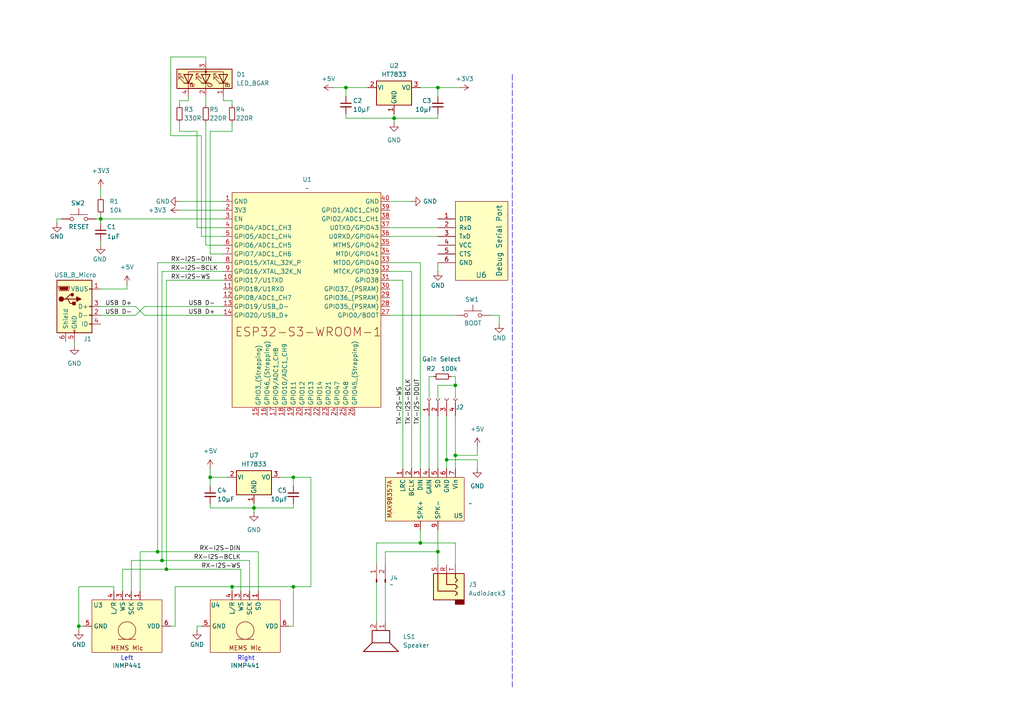
<source format=kicad_sch>
(kicad_sch (version 20231120) (generator "eeschema") (generator_version "8.0")
  (paper "A4")
  (title_block (title "MyVoiceBox") (comment 1 "$Id: MyVoiceBox.kicad_sch 1925 2025-11-15 17:07:59Z  $"))
  (lib_symbols
    (symbol "Connector:Conn_01x02_Pin" (pin_names (offset 1.016) hide)
      (property "Reference" "J" (at 0 2.54 0))
      (property "Value" "Conn_01x02_Pin" (at 0 -5.08 0))
      (symbol "Conn_01x02_Pin_1_1"
        (polyline (pts (xy 1.27 -2.54) (xy 0.8636 -2.54)) (stroke (width 0.1524)))
        (polyline (pts (xy 1.27 0) (xy 0.8636 0)) (stroke (width 0.1524)))
        (rectangle (start 0.8636 -2.413) (end 0 -2.667) (stroke (width 0.1524)) (fill (type outline)))
        (rectangle (start 0.8636 0.127) (end 0 -0.127) (stroke (width 0.1524)) (fill (type outline)))
        (pin passive line (at 5.08 0 180) (length 3.81) (name "Pin_1") (number "1"))
        (pin passive line (at 5.08 -2.54 180) (length 3.81) (name "Pin_2") (number "2"))
      )
    )
    (symbol "Connector:Conn_01x04_Socket" (pin_names (offset 1.016) hide)
      (property "Reference" "J" (at 0 5.08 0))
      (property "Value" "Conn_01x04_Socket" (at 0 -7.62 0))
      (symbol "Conn_01x04_Socket_1_1"
        (arc (start 0 -4.572) (mid -0.5058 -5.08) (end 0 -5.588) (stroke (width 0.1524)))
        (arc (start 0 -2.032) (mid -0.5058 -2.54) (end 0 -3.048) (stroke (width 0.1524)))
        (polyline (pts (xy -1.27 -5.08) (xy -0.508 -5.08)) (stroke (width 0.1524)))
        (polyline (pts (xy -1.27 -2.54) (xy -0.508 -2.54)) (stroke (width 0.1524)))
        (polyline (pts (xy -1.27 0) (xy -0.508 0)) (stroke (width 0.1524)))
        (polyline (pts (xy -1.27 2.54) (xy -0.508 2.54)) (stroke (width 0.1524)))
        (arc (start 0 0.508) (mid -0.5058 0) (end 0 -0.508) (stroke (width 0.1524)))
        (arc (start 0 3.048) (mid -0.5058 2.54) (end 0 2.032) (stroke (width 0.1524)))
        (pin passive line (at -5.08 2.54 0) (length 3.81) (name "Pin_1") (number "1"))
        (pin passive line (at -5.08 0 0) (length 3.81) (name "Pin_2") (number "2"))
        (pin passive line (at -5.08 -2.54 0) (length 3.81) (name "Pin_3") (number "3"))
        (pin passive line (at -5.08 -5.08 0) (length 3.81) (name "Pin_4") (number "4"))
      )
    )
    (symbol "Connector:USB_B_Micro" (pin_names (offset 1.016))
      (property "Reference" "J" (at -5.08 11.43 0))
      (property "Value" "USB_B_Micro" (at -5.08 8.89 0))
      (symbol "USB_B_Micro_0_1"
        (rectangle (start -5.08 -7.62) (end 5.08 7.62) (stroke (width 0.254)) (fill (type background)))
        (circle (center -3.81 2.159) (radius 0.635) (stroke (width 0.254)) (fill (type outline)))
        (circle (center -0.635 3.429) (radius 0.381) (stroke (width 0.254)) (fill (type outline)))
        (rectangle (start -0.127 -7.62) (end 0.127 -6.858))
        (polyline (pts (xy -1.905 2.159) (xy 0.635 2.159)) (stroke (width 0.254)))
        (polyline (pts (xy -3.175 2.159) (xy -2.54 2.159) (xy -1.27 3.429) (xy -0.635 3.429)) (stroke (width 0.254)))
        (polyline (pts (xy -2.54 2.159) (xy -1.905 2.159) (xy -1.27 0.889) (xy 0 0.889)) (stroke (width 0.254)))
        (polyline (pts (xy 0.635 2.794) (xy 0.635 1.524) (xy 1.905 2.159) (xy 0.635 2.794)) (stroke (width 0.254)) (fill (type outline)))
        (polyline (pts (xy -4.318 5.588) (xy -1.778 5.588) (xy -2.032 4.826) (xy -4.064 4.826) (xy -4.318 5.588)) (fill (type outline)))
        (polyline (pts (xy -4.699 5.842) (xy -4.699 5.588) (xy -4.445 4.826) (xy -4.445 4.572) (xy -1.651 4.572) (xy -1.651 4.826) (xy -1.397 5.588) (xy -1.397 5.842) (xy -4.699 5.842)))
        (rectangle (start 0.254 1.27) (end -0.508 0.508) (stroke (width 0.254)) (fill (type outline)))
        (rectangle (start 5.08 -5.207) (end 4.318 -4.953))
        (rectangle (start 5.08 -2.667) (end 4.318 -2.413))
        (rectangle (start 5.08 -0.127) (end 4.318 0.127))
        (rectangle (start 5.08 4.953) (end 4.318 5.207))
      )
      (symbol "USB_B_Micro_1_1"
        (pin power_out line (at 7.62 5.08 180) (length 2.54) (name "VBUS") (number "1"))
        (pin bidirectional line (at 7.62 -2.54 180) (length 2.54) (name "D-") (number "2"))
        (pin bidirectional line (at 7.62 0 180) (length 2.54) (name "D+") (number "3"))
        (pin passive line (at 7.62 -5.08 180) (length 2.54) (name "ID") (number "4"))
        (pin power_out line (at 0 -10.16 90) (length 2.54) (name "GND") (number "5"))
        (pin passive line (at -2.54 -10.16 90) (length 2.54) (name "Shield") (number "6"))
      )
    )
    (symbol "Connector_Audio:AudioJack3"
      (property "Reference" "J" (at 0 8.89 0))
      (property "Value" "AudioJack3" (at 0 6.35 0))
      (symbol "AudioJack3_0_1"
        (rectangle (start -5.08 -5.08) (end -6.35 -2.54) (stroke (width 0.254)) (fill (type outline)))
        (polyline (pts (xy 0 -2.54) (xy 0.635 -3.175) (xy 1.27 -2.54) (xy 2.54 -2.54)) (stroke (width 0.254)))
        (polyline (pts (xy -1.905 -2.54) (xy -1.27 -3.175) (xy -0.635 -2.54) (xy -0.635 0) (xy 2.54 0)) (stroke (width 0.254)))
        (polyline (pts (xy 2.54 2.54) (xy -2.54 2.54) (xy -2.54 -2.54) (xy -3.175 -3.175) (xy -3.81 -2.54)) (stroke (width 0.254)))
        (rectangle (start 2.54 3.81) (end -5.08 -5.08) (stroke (width 0.254)) (fill (type background)))
      )
      (symbol "AudioJack3_1_1"
        (pin passive line (at 5.08 0 180) (length 2.54) (name "~") (number "R"))
        (pin passive line (at 5.08 2.54 180) (length 2.54) (name "~") (number "S"))
        (pin passive line (at 5.08 -2.54 180) (length 2.54) (name "~") (number "T"))
      )
    )
    (symbol "Device:C_Small" (pin_numbers hide) (pin_names (offset 0.254) hide)
      (property "Reference" "C" (at 0.254 1.778 0))
      (property "Value" "C_Small" (at 0.254 -2.032 0))
      (symbol "C_Small_0_1"
        (polyline (pts (xy -1.524 -0.508) (xy 1.524 -0.508)) (stroke (width 0.3302)))
        (polyline (pts (xy -1.524 0.508) (xy 1.524 0.508)) (stroke (width 0.3048)))
      )
      (symbol "C_Small_1_1"
        (pin passive line (at 0 2.54 270) (length 2.032) (name "~") (number "1"))
        (pin passive line (at 0 -2.54 90) (length 2.032) (name "~") (number "2"))
      )
    )
    (symbol "Device:LED_BGAR" (pin_names (offset 0) hide)
      (property "Reference" "D" (at 0 9.398 0))
      (property "Value" "LED_BGAR" (at 0 -8.89 0))
      (symbol "LED_BGAR_0_0"
        (text "B" (at -1.905 -6.35 0) (effects (font (size 1.27 1.27))))
        (text "G" (at -1.905 -1.27 0) (effects (font (size 1.27 1.27))))
        (text "R" (at -1.905 3.81 0) (effects (font (size 1.27 1.27))))
      )
      (symbol "LED_BGAR_0_1"
        (polyline (pts (xy -1.27 -5.08) (xy -2.54 -5.08)))
        (polyline (pts (xy -1.27 -5.08) (xy 1.27 -5.08)))
        (polyline (pts (xy -1.27 -3.81) (xy -1.27 -6.35)) (stroke (width 0.254)))
        (polyline (pts (xy -1.27 0) (xy -2.54 0)))
        (polyline (pts (xy -1.27 1.27) (xy -1.27 -1.27)) (stroke (width 0.254)))
        (polyline (pts (xy -1.27 5.08) (xy -2.54 5.08)))
        (polyline (pts (xy -1.27 5.08) (xy 1.27 5.08)))
        (polyline (pts (xy -1.27 6.35) (xy -1.27 3.81)) (stroke (width 0.254)))
        (polyline (pts (xy 1.27 0) (xy -1.27 0)))
        (polyline (pts (xy 1.27 0) (xy 2.54 0)))
        (polyline (pts (xy -1.27 1.27) (xy -1.27 -1.27) (xy -1.27 -1.27)))
        (polyline (pts (xy -1.27 6.35) (xy -1.27 3.81) (xy -1.27 3.81)))
        (polyline (pts (xy 1.27 -5.08) (xy 2.032 -5.08) (xy 2.032 5.08) (xy 1.27 5.08)))
        (polyline (pts (xy 1.27 -3.81) (xy 1.27 -6.35) (xy -1.27 -5.08) (xy 1.27 -3.81)) (stroke (width 0.254)))
        (polyline (pts (xy 1.27 1.27) (xy 1.27 -1.27) (xy -1.27 0) (xy 1.27 1.27)) (stroke (width 0.254)))
        (polyline (pts (xy 1.27 6.35) (xy 1.27 3.81) (xy -1.27 5.08) (xy 1.27 6.35)) (stroke (width 0.254)))
        (polyline (pts (xy -1.016 -3.81) (xy 0.508 -2.286) (xy -0.254 -2.286) (xy 0.508 -2.286) (xy 0.508 -3.048)))
        (polyline (pts (xy -1.016 1.27) (xy 0.508 2.794) (xy -0.254 2.794) (xy 0.508 2.794) (xy 0.508 2.032)))
        (polyline (pts (xy -1.016 6.35) (xy 0.508 7.874) (xy -0.254 7.874) (xy 0.508 7.874) (xy 0.508 7.112)))
        (polyline (pts (xy 0 -3.81) (xy 1.524 -2.286) (xy 0.762 -2.286) (xy 1.524 -2.286) (xy 1.524 -3.048)))
        (polyline (pts (xy 0 1.27) (xy 1.524 2.794) (xy 0.762 2.794) (xy 1.524 2.794) (xy 1.524 2.032)))
        (polyline (pts (xy 0 6.35) (xy 1.524 7.874) (xy 0.762 7.874) (xy 1.524 7.874) (xy 1.524 7.112)))
        (rectangle (start 1.27 -1.27) (end 1.27 1.27))
        (rectangle (start 1.27 1.27) (end 1.27 1.27))
        (rectangle (start 1.27 3.81) (end 1.27 6.35))
        (rectangle (start 1.27 6.35) (end 1.27 6.35))
        (circle (center 2.032 0) (radius 0.254) (fill (type outline)))
        (rectangle (start 2.794 8.382) (end -2.794 -7.62) (stroke (width 0.254)) (fill (type background)))
      )
      (symbol "LED_BGAR_1_1"
        (pin passive line (at -5.08 -5.08 0) (length 2.54) (name "BK") (number "1"))
        (pin passive line (at -5.08 0 0) (length 2.54) (name "GK") (number "2"))
        (pin passive line (at 5.08 0 180) (length 2.54) (name "A") (number "3"))
        (pin passive line (at -5.08 5.08 0) (length 2.54) (name "RK") (number "4"))
      )
    )
    (symbol "Device:R_Small" (pin_numbers hide) (pin_names (offset 0.254) hide)
      (property "Reference" "R" (at 0.762 0.508 0))
      (property "Value" "R_Small" (at 0.762 -1.016 0))
      (symbol "R_Small_0_1"
        (rectangle (start -0.762 1.778) (end 0.762 -1.778) (stroke (width 0.2032)))
      )
      (symbol "R_Small_1_1"
        (pin passive line (at 0 2.54 270) (length 0.762) (name "~") (number "1"))
        (pin passive line (at 0 -2.54 90) (length 0.762) (name "~") (number "2"))
      )
    )
    (symbol "Device:Speaker" (pin_names (offset 0) hide)
      (property "Reference" "LS" (at 1.27 5.715 0))
      (property "Value" "Speaker" (at 1.27 3.81 0))
      (symbol "Speaker_0_0"
        (rectangle (start -2.54 1.27) (end 1.016 -3.81) (stroke (width 0.254)))
        (polyline (pts (xy 1.016 1.27) (xy 3.556 3.81) (xy 3.556 -6.35) (xy 1.016 -3.81)) (stroke (width 0.254)))
      )
      (symbol "Speaker_1_1"
        (pin input line (at -5.08 0 0) (length 2.54) (name "1") (number "1"))
        (pin input line (at -5.08 -2.54 0) (length 2.54) (name "2") (number "2"))
      )
    )
    (symbol "Regulator_Linear:MCP1700x-500xxTO" (pin_names (offset 0.254))
      (property "Reference" "U" (at -3.81 -3.175 0))
      (property "Value" "MCP1700x-500xxTO" (at 0 -3.175 0))
      (symbol "MCP1700x-500xxTO_0_1"
        (rectangle (start -5.08 5.08) (end 5.08 -1.905) (stroke (width 0.254)) (fill (type background)))
      )
      (symbol "MCP1700x-500xxTO_1_1"
        (pin power_in line (at 0 7.62 270) (length 2.54) (name "GND") (number "1"))
        (pin power_in line (at -7.62 0 0) (length 2.54) (name "VI") (number "2"))
        (pin power_out line (at 7.62 0 180) (length 2.54) (name "VO") (number "3"))
      )
    )
    (symbol "Switch:SW_Push" (pin_numbers hide) (pin_names (offset 1.016) hide)
      (property "Reference" "SW" (at 1.27 2.54 0))
      (property "Value" "SW_Push" (at 0 -1.524 0))
      (symbol "SW_Push_0_1"
        (circle (center -2.032 0) (radius 0.508))
        (polyline (pts (xy 0 1.27) (xy 0 3.048)))
        (polyline (pts (xy 2.54 1.27) (xy -2.54 1.27)))
        (circle (center 2.032 0) (radius 0.508))
        (pin passive line (at -5.08 0 0) (length 2.54) (name "1") (number "1"))
        (pin passive line (at 5.08 0 180) (length 2.54) (name "2") (number "2"))
      )
    )
    (symbol "eBay:ESP32-S3-Module"
      (property "Reference" "U" (at 0 0 0))
      (symbol "ESP32-S3-Module_0_0"
        (pin power_in line (at -24.13 35.56 0) (length 2.54) (name "GND") (number "1"))
        (pin power_in line (at -24.13 33.02 0) (length 2.54) (name "3V3") (number "2"))
        (pin bidirectional line (at 6.35 -26.67 90) (length 2.54) (name "GPIO21") (number "23"))
        (pin bidirectional line (at 24.13 2.54 180) (length 2.54) (name "GPIO0/BOOT") (number "27"))
        (pin input line (at -24.13 30.48 0) (length 2.54) (name "EN") (number "3"))
        (pin bidirectional line (at 24.13 22.86 180) (length 2.54) (name "MTMS/GPIO42") (number "35"))
      )
      (symbol "ESP32-S3-Module_0_1"
        (rectangle (start -21.59 38.1) (end 21.59 -24.13) (fill (type background)))
      )
      (symbol "ESP32-S3-Module_1_0"
        (text "ESP32-S3-WROOM-1" (at 0.508 -2.286 0) (effects (font (size 2.54 2.54))))
        (pin bidirectional line (at -24.13 12.7 0) (length 2.54) (name "GPIO17/U1TXD") (number "10"))
        (pin bidirectional line (at -24.13 10.16 0) (length 2.54) (name "GPIO18/U1RXD") (number "11"))
        (pin bidirectional line (at -24.13 7.62 0) (length 2.54) (name "GPIO8/ADC1_CH7") (number "12"))
        (pin bidirectional line (at -24.13 5.08 0) (length 2.54) (name "GPIO19/USB_D-") (number "13"))
        (pin bidirectional line (at -24.13 2.54 0) (length 2.54) (name "GPIO20/USB_D+") (number "14"))
        (pin bidirectional line (at -13.97 -26.67 90) (length 2.54) (name "GPIO3_(Strapping)") (number "15"))
        (pin bidirectional line (at -11.43 -26.67 90) (length 2.54) (name "GPIO46_(Strapping)") (number "16"))
        (pin bidirectional line (at -8.89 -26.67 90) (length 2.54) (name "GPIO9/ADC1_CH8") (number "17"))
        (pin bidirectional line (at -6.35 -26.67 90) (length 2.54) (name "GPIO10/ADC1_CH9") (number "18"))
        (pin bidirectional line (at -3.81 -26.67 90) (length 2.54) (name "GPIO11") (number "19"))
        (pin bidirectional line (at -1.27 -26.67 90) (length 2.54) (name "GPIO12") (number "20"))
        (pin bidirectional line (at 1.27 -26.67 90) (length 2.54) (name "GPIO13") (number "21"))
        (pin bidirectional line (at 3.81 -26.67 90) (length 2.54) (name "GPIO14") (number "22"))
        (pin bidirectional line (at 8.89 -26.67 90) (length 2.54) (name "GPIO47") (number "24"))
        (pin bidirectional line (at 11.43 -26.67 90) (length 2.54) (name "GPIO48") (number "25"))
        (pin bidirectional line (at 13.97 -26.67 90) (length 2.54) (name "GPIO45_(Strapping)") (number "26"))
        (pin bidirectional line (at 24.13 5.08 180) (length 2.54) (name "GPIO35_(PSRAM)") (number "28"))
        (pin bidirectional line (at 24.13 7.62 180) (length 2.54) (name "GPIO36_(PSRAM)") (number "29"))
        (pin bidirectional line (at 24.13 10.16 180) (length 2.54) (name "GPIO37_(PSRAM)") (number "30"))
        (pin bidirectional line (at 24.13 12.7 180) (length 2.54) (name "GPIO38") (number "31"))
        (pin bidirectional line (at 24.13 15.24 180) (length 2.54) (name "MTCK/GPIO39") (number "32"))
        (pin bidirectional line (at 24.13 17.78 180) (length 2.54) (name "MTDO/GPIO40") (number "33"))
        (pin bidirectional line (at 24.13 20.32 180) (length 2.54) (name "MTDI/GPIO41") (number "34"))
        (pin bidirectional line (at 24.13 25.4 180) (length 2.54) (name "U0RXD/GPIO44") (number "36"))
        (pin bidirectional line (at 24.13 27.94 180) (length 2.54) (name "U0TXD/GPIO43") (number "37"))
        (pin bidirectional line (at 24.13 30.48 180) (length 2.54) (name "GPIO2/ADC1_CH1") (number "38"))
        (pin bidirectional line (at 24.13 33.02 180) (length 2.54) (name "GPIO1/ADC1_CH0") (number "39"))
        (pin bidirectional line (at -24.13 27.94 0) (length 2.54) (name "GPIO4/ADC1_CH3") (number "4"))
        (pin power_in line (at 24.13 35.56 180) (length 2.54) (name "GND") (number "40"))
        (pin bidirectional line (at -24.13 25.4 0) (length 2.54) (name "GPIO5/ADC1_CH4") (number "5"))
        (pin bidirectional line (at -24.13 22.86 0) (length 2.54) (name "GPIO6/ADC1_CH5") (number "6"))
        (pin bidirectional line (at -24.13 20.32 0) (length 2.54) (name "GPIO7/ADC1_CH6") (number "7"))
        (pin bidirectional line (at -24.13 17.78 0) (length 2.54) (name "GPIO15/XTAL_32K_P") (number "8"))
        (pin bidirectional line (at -24.13 15.24 0) (length 2.54) (name "GPIO16/XTAL_32K_N") (number "9"))
      )
    )
    (symbol "eBay:FTDI-Module" (pin_names (offset 1.016))
      (property "Reference" "U" (at -6.35 -12.7 0))
      (property "Value" "FTDI-Module" (at 0 12.7 0))
      (symbol "FTDI-Module_0_1"
        (rectangle (start 7.62 -11.43) (end -7.62 11.43) (fill (type background)))
      )
      (symbol "FTDI-Module_1_1"
        (pin output line (at -12.7 6.35 0) (length 5.08) (name "DTR") (number "1"))
        (pin input line (at -12.7 3.81 0) (length 5.08) (name "RxD") (number "2"))
        (pin output line (at -12.7 1.27 0) (length 5.08) (name "TxD") (number "3"))
        (pin power_out line (at -12.7 -1.27 0) (length 5.08) (name "VCC") (number "4"))
        (pin input line (at -12.7 -3.81 0) (length 5.08) (name "CTS") (number "5"))
        (pin passive line (at -12.7 -6.35 0) (length 5.08) (name "GND") (number "6"))
      )
    )
    (symbol "eBay:INMP441_module"
      (property "Reference" "U" (at 5.08 12.7 0))
      (symbol "INMP441_module_1_1"
        (rectangle (start -7.62 11.43) (end 7.62 -8.89) (fill (type background)))
        (polyline (pts (xy 3.81 3.81) (xy 3.81 -1.27)))
        (circle (center 1.27 1.27) (radius 2.54))
        (text "MEMS Mic" (at 6.35 1.27 900) (effects (font (size 1.27 1.27))))
        (pin input line (at -10.16 5.08 0) (length 2.54) (name "SD") (number "1"))
        (pin input line (at -10.16 2.54 0) (length 2.54) (name "SCK") (number "2"))
        (pin input line (at -10.16 0 0) (length 2.54) (name "WS") (number "3"))
        (pin input line (at -10.16 -2.54 0) (length 2.54) (name "L/R") (number "4"))
        (pin power_in line (at 0 -11.43 90) (length 2.54) (name "GND") (number "5"))
        (pin power_in line (at 0 13.97 270) (length 2.54) (name "VDD") (number "6"))
      )
    )
    (symbol "eBay:MAX98357A-Module"
      (property "Reference" "U" (at 0 0 0))
      (symbol "MAX98357A-Module_0_1"
        (rectangle (start -3.81 10.16) (end -3.81 10.16))
      )
      (symbol "MAX98357A-Module_1_1"
        (rectangle (start -6.35 12.7) (end 6.35 -10.16) (fill (type background)))
        (text "MAX98357A" (at 0 11.43 0) (effects (font (size 1.27 1.27))))
        (pin input line (at 8.89 7.62 180) (length 2.54) (name "LRC") (number "1"))
        (pin input line (at 8.89 5.08 180) (length 2.54) (name "BCLK") (number "2"))
        (pin input line (at 8.89 2.54 180) (length 2.54) (name "DIN") (number "3"))
        (pin input line (at 8.89 0 180) (length 2.54) (name "GAIN") (number "4"))
        (pin input line (at 8.89 -2.54 180) (length 2.54) (name "SD") (number "5"))
        (pin power_in line (at 8.89 -5.08 180) (length 2.54) (name "GND") (number "6"))
        (pin power_in line (at 8.89 -7.62 180) (length 2.54) (name "Vin") (number "7"))
        (pin output line (at -8.89 2.54 0) (length 2.54) (name "SPK+") (number "8"))
        (pin output line (at -8.89 -2.54 0) (length 2.54) (name "SPK-") (number "9"))
      )
    )
    (symbol "power:+3V3" (power) (pin_numbers hide) (pin_names (offset 0) hide)
      (property "Value" "+3V3" (at 0 3.556 0))
      (symbol "+3V3_0_1"
        (polyline (pts (xy -0.762 1.27) (xy 0 2.54)))
        (polyline (pts (xy 0 0) (xy 0 2.54)))
        (polyline (pts (xy 0 2.54) (xy 0.762 1.27)))
      )
      (symbol "+3V3_1_1"
        (pin power_in line (at 0 0 90) (length 0) (name "~") (number "1"))
      )
    )
    (symbol "power:+5V" (power) (pin_numbers hide) (pin_names (offset 0) hide)
      (property "Value" "+5V" (at 0 3.556 0))
      (symbol "+5V_0_1"
        (polyline (pts (xy -0.762 1.27) (xy 0 2.54)))
        (polyline (pts (xy 0 0) (xy 0 2.54)))
        (polyline (pts (xy 0 2.54) (xy 0.762 1.27)))
      )
      (symbol "+5V_1_1"
        (pin power_in line (at 0 0 90) (length 0) (name "~") (number "1"))
      )
    )
    (symbol "power:GND" (power) (pin_numbers hide) (pin_names (offset 0) hide)
      (property "Value" "GND" (at 0 -3.81 0))
      (symbol "GND_0_1"
        (polyline (pts (xy 0 0) (xy 0 -1.27) (xy 1.27 -1.27) (xy 0 -2.54) (xy -1.27 -1.27) (xy 0 -1.27)))
      )
      (symbol "GND_1_1"
        (pin power_in line (at 0 0 270) (length 0) (name "~") (number "1"))
      )
    )
  )
  (junction (at 85.09 170.18))
  (junction (at 127 160.02))
  (junction (at 46.99 162.56))
  (junction (at 127 25.4))
  (junction (at 22.86 181.61))
  (junction (at 132.08 111.76))
  (junction (at 29.21 63.5))
  (junction (at 67.31 170.18))
  (junction (at 129.54 133.35))
  (junction (at 114.3 34.29))
  (junction (at 45.72 160.02))
  (junction (at 121.92 157.48))
  (junction (at 48.26 165.1))
  (junction (at 85.09 138.43))
  (junction (at 60.96 138.43))
  (junction (at 100.33 25.4))
  (junction (at 73.66 147.32))
  (junction (at 132.08 132.08))
  (wire (pts (xy 46.99 162.56) (xy 38.1 162.56)))
  (wire (pts (xy 132.08 132.08) (xy 138.43 132.08)))
  (wire (pts (xy 73.66 147.32) (xy 85.09 147.32)))
  (wire (pts (xy 36.83 83.82) (xy 36.83 82.55)))
  (wire (pts (xy 67.31 38.1) (xy 60.96 38.1)))
  (wire (pts (xy 16.51 63.5) (xy 17.78 63.5)))
  (wire (pts (xy 60.96 73.66) (xy 64.77 73.66)))
  (wire (pts (xy 132.08 115.57) (xy 132.08 111.76)))
  (wire (pts (xy 127 78.74) (xy 127 76.2)))
  (wire (pts (xy 129.54 133.35) (xy 138.43 133.35)))
  (wire (pts (xy 127 120.65) (xy 127 135.89)))
  (wire (pts (xy 74.93 160.02) (xy 74.93 171.45)))
  (wire (pts (xy 121.92 76.2) (xy 113.03 76.2)))
  (wire (pts (xy 85.09 138.43) (xy 85.09 140.97)))
  (wire (pts (xy 40.64 160.02) (xy 40.64 171.45)))
  (wire (pts (xy 39.37 88.9) (xy 41.91 91.44)))
  (wire (pts (xy 52.07 29.21) (xy 52.07 30.48)))
  (wire (pts (xy 85.09 170.18) (xy 85.09 181.61)))
  (wire (pts (xy 64.77 76.2) (xy 45.72 76.2)))
  (wire (pts (xy 45.72 76.2) (xy 45.72 160.02)))
  (wire (pts (xy 41.91 91.44) (xy 64.77 91.44)))
  (wire (pts (xy 121.92 76.2) (xy 121.92 135.89)))
  (wire (pts (xy 29.21 63.5) (xy 64.77 63.5)))
  (wire (pts (xy 22.86 181.61) (xy 22.86 182.88)))
  (wire (pts (xy 114.3 33.02) (xy 114.3 34.29)))
  (wire (pts (xy 29.21 62.23) (xy 29.21 63.5)))
  (wire (pts (xy 29.21 88.9) (xy 39.37 88.9)))
  (wire (pts (xy 83.82 181.61) (xy 85.09 181.61)))
  (wire (pts (xy 45.72 160.02) (xy 40.64 160.02)))
  (wire (pts (xy 85.09 147.32) (xy 85.09 146.05)))
  (wire (pts (xy 58.42 68.58) (xy 64.77 68.58)))
  (wire (pts (xy 113.03 58.42) (xy 119.38 58.42)))
  (wire (pts (xy 67.31 170.18) (xy 85.09 170.18)))
  (wire (pts (xy 114.3 34.29) (xy 127 34.29)))
  (wire (pts (xy 39.37 91.44) (xy 41.91 88.9)))
  (wire (pts (xy 57.15 181.61) (xy 57.15 182.88)))
  (wire (pts (xy 132.08 135.89) (xy 132.08 132.08)))
  (wire (pts (xy 52.07 60.96) (xy 64.77 60.96)))
  (wire (pts (xy 132.08 111.76) (xy 132.08 109.22)))
  (wire (pts (xy 29.21 91.44) (xy 39.37 91.44)))
  (wire (pts (xy 132.08 109.22) (xy 130.81 109.22)))
  (wire (pts (xy 57.15 66.04) (xy 64.77 66.04)))
  (wire (pts (xy 48.26 165.1) (xy 69.85 165.1)))
  (wire (pts (xy 100.33 25.4) (xy 100.33 27.94)))
  (wire (pts (xy 111.76 163.83) (xy 111.76 160.02)))
  (wire (pts (xy 96.52 25.4) (xy 100.33 25.4)))
  (wire (pts (xy 127 34.29) (xy 127 33.02)))
  (wire (pts (xy 124.46 109.22) (xy 125.73 109.22)))
  (wire (pts (xy 46.99 78.74) (xy 46.99 162.56)))
  (wire (pts (xy 59.69 27.94) (xy 59.69 30.48)))
  (wire (pts (xy 60.96 147.32) (xy 73.66 147.32)))
  (wire (pts (xy 27.94 63.5) (xy 29.21 63.5)))
  (wire (pts (xy 132.08 120.65) (xy 132.08 132.08)))
  (wire (pts (xy 72.39 162.56) (xy 72.39 171.45)))
  (wire (pts (xy 127 160.02) (xy 127 153.67)))
  (wire (pts (xy 132.08 157.48) (xy 132.08 163.83)))
  (wire (pts (xy 33.02 170.18) (xy 22.86 170.18)))
  (wire (pts (xy 100.33 34.29) (xy 114.3 34.29)))
  (wire (pts (xy 109.22 163.83) (xy 109.22 157.48)))
  (wire (pts (xy 67.31 29.21) (xy 67.31 30.48)))
  (wire (pts (xy 127 25.4) (xy 127 27.94)))
  (wire (pts (xy 50.8 170.18) (xy 67.31 170.18)))
  (wire (pts (xy 116.84 81.28) (xy 116.84 135.89)))
  (wire (pts (xy 57.15 38.1) (xy 57.15 66.04)))
  (wire (pts (xy 73.66 146.05) (xy 73.66 147.32)))
  (wire (pts (xy 142.24 91.44) (xy 144.78 91.44)))
  (wire (pts (xy 119.38 78.74) (xy 119.38 135.89)))
  (wire (pts (xy 49.53 181.61) (xy 50.8 181.61)))
  (wire (pts (xy 109.22 157.48) (xy 121.92 157.48)))
  (wire (pts (xy 129.54 135.89) (xy 129.54 133.35)))
  (wire (pts (xy 81.28 138.43) (xy 85.09 138.43)))
  (wire (pts (xy 90.17 170.18) (xy 85.09 170.18)))
  (wire (pts (xy 46.99 162.56) (xy 72.39 162.56)))
  (wire (pts (xy 127 115.57) (xy 127 111.76)))
  (wire (pts (xy 59.69 71.12) (xy 64.77 71.12)))
  (wire (pts (xy 100.33 25.4) (xy 106.68 25.4)))
  (wire (pts (xy 121.92 157.48) (xy 121.92 153.67)))
  (wire (pts (xy 22.86 170.18) (xy 22.86 181.61)))
  (wire (pts (xy 59.69 16.51) (xy 49.53 16.51)))
  (wire (pts (xy 60.96 138.43) (xy 60.96 140.97)))
  (wire (pts (xy 29.21 83.82) (xy 36.83 83.82)))
  (wire (pts (xy 113.03 68.58) (xy 127 68.58)))
  (wire (pts (xy 127 160.02) (xy 127 163.83)))
  (wire (pts (xy 69.85 165.1) (xy 69.85 171.45)))
  (wire (pts (xy 29.21 54.61) (xy 29.21 57.15)))
  (wire (pts (xy 59.69 35.56) (xy 59.69 71.12)))
  (wire (pts (xy 119.38 78.74) (xy 113.03 78.74)))
  (wire (pts (xy 64.77 81.28) (xy 48.26 81.28)))
  (wire (pts (xy 60.96 135.89) (xy 60.96 138.43)))
  (wire (pts (xy 64.77 29.21) (xy 67.31 29.21)))
  (wire (pts (xy 49.53 39.37) (xy 58.42 39.37)))
  (wire (pts (xy 109.22 168.91) (xy 109.22 180.34)))
  (wire (pts (xy 116.84 81.28) (xy 113.03 81.28)))
  (wire (pts (xy 21.59 99.06) (xy 21.59 100.33)))
  (wire (pts (xy 29.21 69.85) (xy 29.21 71.12)))
  (wire (pts (xy 124.46 120.65) (xy 124.46 135.89)))
  (wire (pts (xy 90.17 138.43) (xy 90.17 170.18)))
  (wire (pts (xy 127 25.4) (xy 133.35 25.4)))
  (wire (pts (xy 54.61 29.21) (xy 52.07 29.21)))
  (wire (pts (xy 52.07 58.42) (xy 64.77 58.42)))
  (wire (pts (xy 52.07 35.56) (xy 52.07 38.1)))
  (wire (pts (xy 124.46 115.57) (xy 124.46 109.22)))
  (wire (pts (xy 113.03 91.44) (xy 132.08 91.44)))
  (wire (pts (xy 111.76 160.02) (xy 127 160.02)))
  (wire (pts (xy 59.69 17.78) (xy 59.69 16.51)))
  (wire (pts (xy 38.1 162.56) (xy 38.1 171.45)))
  (wire (pts (xy 33.02 171.45) (xy 33.02 170.18)))
  (wire (pts (xy 48.26 81.28) (xy 48.26 165.1)))
  (wire (pts (xy 60.96 146.05) (xy 60.96 147.32)))
  (wire (pts (xy 52.07 38.1) (xy 57.15 38.1)))
  (wire (pts (xy 121.92 157.48) (xy 132.08 157.48)))
  (wire (pts (xy 49.53 16.51) (xy 49.53 39.37)))
  (wire (pts (xy 54.61 27.94) (xy 54.61 29.21)))
  (wire (pts (xy 16.51 64.77) (xy 16.51 63.5)))
  (wire (pts (xy 29.21 64.77) (xy 29.21 63.5)))
  (wire (pts (xy 121.92 25.4) (xy 127 25.4)))
  (wire (pts (xy 113.03 66.04) (xy 127 66.04)))
  (polyline (pts (xy 148.59 21.59) (xy 148.59 199.39)) (stroke (width 0) (type dash)))
  (wire (pts (xy 100.33 33.02) (xy 100.33 34.29)))
  (wire (pts (xy 138.43 133.35) (xy 138.43 135.89)))
  (wire (pts (xy 35.56 171.45) (xy 35.56 165.1)))
  (wire (pts (xy 60.96 38.1) (xy 60.96 73.66)))
  (wire (pts (xy 67.31 171.45) (xy 67.31 170.18)))
  (wire (pts (xy 24.13 181.61) (xy 22.86 181.61)))
  (wire (pts (xy 85.09 138.43) (xy 90.17 138.43)))
  (wire (pts (xy 111.76 180.34) (xy 111.76 168.91)))
  (wire (pts (xy 58.42 181.61) (xy 57.15 181.61)))
  (wire (pts (xy 73.66 147.32) (xy 73.66 148.59)))
  (wire (pts (xy 60.96 138.43) (xy 66.04 138.43)))
  (wire (pts (xy 127 111.76) (xy 132.08 111.76)))
  (wire (pts (xy 45.72 160.02) (xy 74.93 160.02)))
  (wire (pts (xy 50.8 170.18) (xy 50.8 181.61)))
  (wire (pts (xy 41.91 88.9) (xy 64.77 88.9)))
  (wire (pts (xy 64.77 78.74) (xy 46.99 78.74)))
  (wire (pts (xy 114.3 34.29) (xy 114.3 35.56)))
  (wire (pts (xy 138.43 132.08) (xy 138.43 129.54)))
  (wire (pts (xy 64.77 27.94) (xy 64.77 29.21)))
  (wire (pts (xy 58.42 39.37) (xy 58.42 68.58)))
  (wire (pts (xy 48.26 165.1) (xy 35.56 165.1)))
  (wire (pts (xy 67.31 35.56) (xy 67.31 38.1)))
  (wire (pts (xy 144.78 91.44) (xy 144.78 93.98)))
  (wire (pts (xy 129.54 120.65) (xy 129.54 133.35)))
  (text "Right" (at 71.374 191.008 0) (effects (font (size 1.27 1.27))))
  (text "Left" (at 36.83 191.008 0) (effects (font (size 1.27 1.27))))
  (label "TX-I2S-BCLK" (at 119.38 123.19 90))
  (label "USB D-" (at 54.61 88.9 0))
  (label "USB D+" (at 54.61 91.44 0))
  (label "RX-I2S-BCLK" (at 69.85 162.56 180))
  (label "RX-I2S-BCLK" (at 49.53 78.74 0))
  (label "TX-I2S-WS" (at 116.84 123.19 90))
  (label "RX-I2S-DIN" (at 69.85 160.02 180))
  (label "TX-I2S-DOUT" (at 121.92 123.19 90))
  (label "RX-I2S-DIN" (at 49.53 76.2 0))
  (label "RX-I2S-WS" (at 69.85 165.1 180))
  (label "USB D+" (at 30.48 88.9 0))
  (label "RX-I2S-WS" (at 49.53 81.28 0))
  (label "USB D-" (at 30.48 91.44 0))
  (symbol (lib_id "Connector:USB_B_Micro") (at 21.59 88.9 0) (unit 1)
    (property "Reference" "J1" (at 25.4 98.298 0))
    (property "Value" "USB_B_Micro" (at 21.844 79.756 0))
    (property "Description" "USB Micro Type B connector" (effects (hide yes)))
  )
  (symbol (lib_id "Connector_Audio:AudioJack3") (at 129.54 168.91 90) (unit 1)
    (property "Reference" "J3" (at 135.89 169.5449 90) (effects (justify right)))
    (property "Value" "AudioJack3" (at 135.89 172.0849 90) (effects (justify right)))
    (property "Description" "Audio Jack, 3 Poles (Stereo / TRS)" (effects (hide yes)))
  )
  (symbol (lib_id "power:GND") (at 127 78.74 0) (unit 1)
    (property "Reference" "#PWR16" (effects (hide yes)))
    (property "Value" "GND" (at 127 82.804 0))
    (property "Description" "Power symbol creates a global label with name \"GND\" , ground" (effects (hide yes)))
  )
  (symbol (lib_id "power:GND") (at 52.07 58.42 270) (unit 1)
    (property "Reference" "#PWR2" (effects (hide yes)))
    (property "Value" "GND" (at 49.276 58.42 90) (effects (justify right)))
    (property "Description" "Power symbol creates a global label with name \"GND\" , ground" (effects (hide yes)))
  )
  (symbol (lib_id "eBay:INMP441_module") (at 69.85 181.61 270) (unit 1)
    (property "Reference" "U4" (at 62.484 175.514 90))
    (property "Value" "INMP441" (at 71.12 193.04 90))
  )
  (symbol (lib_id "Device:C_Small") (at 85.09 143.51 180) (unit 1)
    (property "Reference" "C5" (at 80.518 142.24 0) (effects (justify right)))
    (property "Value" "10µF" (at 78.486 144.78 0) (effects (justify right)))
    (property "Description" "Unpolarized capacitor, small symbol" (effects (hide yes)))
  )
  (symbol (lib_id "Device:R_Small") (at 128.27 109.22 90) (unit 1)
    (property "Reference" "R2" (at 124.968 106.934 90))
    (property "Value" "100k" (at 130.302 106.934 90))
    (property "Description" "Resistor, small symbol" (effects (hide yes)))
  )
  (symbol (lib_id "power:+3V3") (at 52.07 60.96 90) (unit 1)
    (property "Reference" "#PWR8" (effects (hide yes)))
    (property "Value" "+3V3" (at 48.26 60.9599 90) (effects (justify left)))
    (property "Description" "Power symbol creates a global label with name \"+3V3\"" (effects (hide yes)))
  )
  (symbol (lib_id "power:GND") (at 16.51 64.77 0) (unit 1)
    (property "Reference" "#PWR18" (effects (hide yes)))
    (property "Value" "GND" (at 18.542 68.58 0) (effects (justify right)))
    (property "Description" "Power symbol creates a global label with name \"GND\" , ground" (effects (hide yes)))
  )
  (symbol (lib_id "Device:R_Small") (at 52.07 33.02 0) (unit 1)
    (property "Reference" "R3" (at 53.34 31.75 0) (effects (justify left)))
    (property "Value" "330R" (at 53.34 34.29 0) (effects (justify left)))
    (property "Description" "Resistor, small symbol" (effects (hide yes)))
  )
  (symbol (lib_id "power:GND") (at 22.86 182.88 0) (unit 1)
    (property "Reference" "#PWR12" (effects (hide yes)))
    (property "Value" "GND" (at 22.86 186.944 0))
    (property "Description" "Power symbol creates a global label with name \"GND\" , ground" (effects (hide yes)))
  )
  (symbol (lib_id "Switch:SW_Push") (at 22.86 63.5 0) (unit 1)
    (property "Reference" "SW2" (at 22.606 58.928 0))
    (property "Value" "RESET" (at 22.86 65.786 0))
    (property "Description" "Push button switch, generic, two pins" (effects (hide yes)))
  )
  (symbol (lib_id "power:+5V") (at 60.96 135.89 0) (unit 1)
    (property "Reference" "#PWR6" (effects (hide yes)))
    (property "Value" "+5V" (at 60.96 130.81 0))
    (property "Description" "Power symbol creates a global label with name \"+5V\"" (effects (hide yes)))
  )
  (symbol (lib_id "Device:Speaker") (at 111.76 185.42 270) (unit 1)
    (property "Reference" "LS1" (at 116.84 184.6579 90) (effects (justify left)))
    (property "Value" "Speaker" (at 116.84 187.1979 90) (effects (justify left)))
    (property "Description" "Speaker" (effects (hide yes)))
  )
  (symbol (lib_id "power:+3V3") (at 133.35 25.4 270) (unit 1)
    (property "Reference" "#PWR7" (effects (hide yes)))
    (property "Value" "+3V3" (at 132.08 22.86 90) (effects (justify left)))
    (property "Description" "Power symbol creates a global label with name \"+3V3\"" (effects (hide yes)))
  )
  (symbol (lib_id "Regulator_Linear:MCP1700x-500xxTO") (at 73.66 138.43 0) (mirror x) (unit 1)
    (property "Reference" "U7" (at 73.66 132.08 0))
    (property "Value" "HT7833" (at 73.66 134.62 0))
    (property "Footprint" "Package_TO_SOT_THT:TO-92_Inline" (effects (hide yes)))
    (property "Datasheet" "http://ww1.microchip.com/downloads/en/DeviceDoc/20001826D.pdf" (effects (hide yes)))
    (property "Description" "250mA Low Quiscent Current LDO, 5.0V output, TO-92" (effects (hide yes)))
  )
  (symbol (lib_id "eBay:MAX98357A-Module") (at 124.46 144.78 90) (unit 1)
    (property "Reference" "U5" (at 131.572 149.606 90) (effects (justify right)))
    (property "Value" "~" (at 135.89 146.05 90) (effects (justify right)))
  )
  (symbol (lib_id "Regulator_Linear:MCP1700x-500xxTO") (at 114.3 25.4 0) (mirror x) (unit 1)
    (property "Reference" "U2" (at 114.3 19.05 0))
    (property "Value" "HT7833" (at 114.3 21.59 0))
    (property "Footprint" "Package_TO_SOT_THT:TO-92_Inline" (effects (hide yes)))
    (property "Datasheet" "http://ww1.microchip.com/downloads/en/DeviceDoc/20001826D.pdf" (effects (hide yes)))
    (property "Description" "250mA Low Quiscent Current LDO, 5.0V output, TO-92" (effects (hide yes)))
  )
  (symbol (lib_id "power:GND") (at 29.21 71.12 0) (unit 1)
    (property "Reference" "#PWR19" (effects (hide yes)))
    (property "Value" "GND" (at 30.988 75.184 0) (effects (justify right)))
    (property "Description" "Power symbol creates a global label with name \"GND\" , ground" (effects (hide yes)))
  )
  (symbol (lib_id "power:GND") (at 138.43 135.89 0) (unit 1)
    (property "Reference" "#PWR14" (effects (hide yes)))
    (property "Value" "GND" (at 138.43 140.97 0))
    (property "Description" "Power symbol creates a global label with name \"GND\" , ground" (effects (hide yes)))
  )
  (symbol (lib_id "Device:R_Small") (at 29.21 59.69 180) (unit 1)
    (property "Reference" "R1" (at 31.75 58.4199 0) (effects (justify right)))
    (property "Value" "10k" (at 31.75 60.9599 0) (effects (justify right)))
    (property "Description" "Resistor, small symbol" (effects (hide yes)))
  )
  (symbol (lib_id "power:GND") (at 114.3 35.56 0) (unit 1)
    (property "Reference" "#PWR4" (effects (hide yes)))
    (property "Value" "GND" (at 114.3 40.64 0))
    (property "Description" "Power symbol creates a global label with name \"GND\" , ground" (effects (hide yes)))
  )
  (symbol (lib_id "power:GND") (at 21.59 100.33 0) (unit 1)
    (property "Reference" "#PWR1" (effects (hide yes)))
    (property "Value" "GND" (at 21.59 105.41 0))
    (property "Description" "Power symbol creates a global label with name \"GND\" , ground" (effects (hide yes)))
  )
  (symbol (lib_id "Connector:Conn_01x04_Socket") (at 127 115.57 90) (unit 1)
    (property "Reference" "J2" (at 133.35 118.11 90))
    (property "Value" "Gain Select" (at 128.016 104.14 90))
    (property "Description" "Generic connector, single row, 01x04, script generated" (effects (hide yes)))
  )
  (symbol (lib_id "Device:C_Small") (at 127 30.48 180) (unit 1)
    (property "Reference" "C3" (at 122.428 29.21 0) (effects (justify right)))
    (property "Value" "10µF" (at 120.396 31.75 0) (effects (justify right)))
    (property "Description" "Unpolarized capacitor, small symbol" (effects (hide yes)))
  )
  (symbol (lib_id "power:+5V") (at 138.43 129.54 0) (unit 1)
    (property "Reference" "#PWR15" (effects (hide yes)))
    (property "Value" "+5V" (at 138.43 124.46 0))
    (property "Description" "Power symbol creates a global label with name \"+5V\"" (effects (hide yes)))
  )
  (symbol (lib_id "Device:LED_BGAR") (at 59.69 22.86 90) (unit 1)
    (property "Reference" "D1" (at 68.58 21.5899 90) (effects (justify right)))
    (property "Value" "LED_BGAR" (at 68.58 24.1299 90) (effects (justify right)))
    (property "Description" "RGB LED, blue/green/anode/red" (effects (hide yes)))
  )
  (symbol (lib_id "power:+3V3") (at 29.21 54.61 0) (unit 1)
    (property "Reference" "#PWR20" (effects (hide yes)))
    (property "Value" "+3V3" (at 29.21 49.53 0))
    (property "Description" "Power symbol creates a global label with name \"+3V3\"" (effects (hide yes)))
  )
  (symbol (lib_id "Device:C_Small") (at 60.96 143.51 0) (unit 1)
    (property "Reference" "C4" (at 62.992 142.24 0) (effects (justify left)))
    (property "Value" "10µF" (at 62.992 144.78 0) (effects (justify left)))
    (property "Description" "Unpolarized capacitor, small symbol" (effects (hide yes)))
  )
  (symbol (lib_id "Device:R_Small") (at 59.69 33.02 0) (unit 1)
    (property "Reference" "R5" (at 60.706 31.75 0) (effects (justify left)))
    (property "Value" "220R" (at 60.706 34.29 0) (effects (justify left)))
    (property "Description" "Resistor, small symbol" (effects (hide yes)))
  )
  (symbol (lib_id "power:GND") (at 73.66 148.59 0) (unit 1)
    (property "Reference" "#PWR21" (effects (hide yes)))
    (property "Value" "GND" (at 73.66 153.67 0))
    (property "Description" "Power symbol creates a global label with name \"GND\" , ground" (effects (hide yes)))
  )
  (symbol (lib_id "Switch:SW_Push") (at 137.16 91.44 0) (unit 1)
    (property "Reference" "SW1" (at 136.906 86.868 0))
    (property "Value" "BOOT" (at 137.16 93.726 0))
    (property "Description" "Push button switch, generic, two pins" (effects (hide yes)))
  )
  (symbol (lib_id "power:+5V") (at 96.52 25.4 90) (unit 1)
    (property "Reference" "#PWR9" (effects (hide yes)))
    (property "Value" "+5V" (at 95.25 22.86 90))
    (property "Description" "Power symbol creates a global label with name \"+5V\"" (effects (hide yes)))
  )
  (symbol (lib_id "power:GND") (at 119.38 58.42 90) (unit 1)
    (property "Reference" "#PWR3" (effects (hide yes)))
    (property "Value" "GND" (at 122.682 58.42 90) (effects (justify right)))
    (property "Description" "Power symbol creates a global label with name \"GND\" , ground" (effects (hide yes)))
  )
  (symbol (lib_id "Device:R_Small") (at 67.31 33.02 0) (unit 1)
    (property "Reference" "R4" (at 68.326 31.75 0) (effects (justify left)))
    (property "Value" "220R" (at 68.326 34.29 0) (effects (justify left)))
    (property "Description" "Resistor, small symbol" (effects (hide yes)))
  )
  (symbol (lib_id "eBay:FTDI-Module") (at 139.7 69.85 0) (unit 1)
    (property "Reference" "U6" (at 137.922 79.756 0) (effects (font (size 1.524 1.524)) (justify left)))
    (property "Value" "Debug Serial Port" (at 144.78 80.264 90) (effects (font (size 1.524 1.524)) (justify left)))
  )
  (symbol (lib_id "eBay:ESP32-S3-Module") (at 88.9 93.98 0) (unit 1)
    (property "Reference" "U1" (at 89.0837 52.07 0))
    (property "Value" "~" (at 89.0837 54.61 0))
  )
  (symbol (lib_id "Device:C_Small") (at 100.33 30.48 0) (unit 1)
    (property "Reference" "C2" (at 102.362 29.21 0) (effects (justify left)))
    (property "Value" "10µF" (at 102.362 31.75 0) (effects (justify left)))
    (property "Description" "Unpolarized capacitor, small symbol" (effects (hide yes)))
  )
  (symbol (lib_id "power:GND") (at 57.15 182.88 0) (unit 1)
    (property "Reference" "#PWR13" (effects (hide yes)))
    (property "Value" "GND" (at 57.15 186.944 0))
    (property "Description" "Power symbol creates a global label with name \"GND\" , ground" (effects (hide yes)))
  )
  (symbol (lib_id "power:+5V") (at 36.83 82.55 0) (unit 1)
    (property "Reference" "#PWR5" (effects (hide yes)))
    (property "Value" "+5V" (at 36.83 77.47 0))
    (property "Description" "Power symbol creates a global label with name \"+5V\"" (effects (hide yes)))
  )
  (symbol (lib_id "power:GND") (at 144.78 93.98 0) (unit 1)
    (property "Reference" "#PWR17" (effects (hide yes)))
    (property "Value" "GND" (at 144.78 98.044 0))
    (property "Description" "Power symbol creates a global label with name \"GND\" , ground" (effects (hide yes)))
  )
  (symbol (lib_id "Device:C_Small") (at 29.21 67.31 0) (unit 1)
    (property "Reference" "C1" (at 30.988 65.786 0) (effects (justify left)))
    (property "Value" "1µF" (at 30.988 68.58 0) (effects (justify left)))
    (property "Description" "Unpolarized capacitor, small symbol" (effects (hide yes)))
  )
  (symbol (lib_id "eBay:INMP441_module") (at 35.56 181.61 270) (unit 1)
    (property "Reference" "U3" (at 28.448 175.514 90))
    (property "Value" "INMP441" (at 36.83 193.04 90))
  )
  (symbol (lib_id "Connector:Conn_01x02_Pin") (at 109.22 168.91 90) (unit 1)
    (property "Reference" "J4" (at 113.03 167.6399 90) (effects (justify right)))
    (property "Value" "~" (at 113.03 169.545 90) (effects (justify right)))
    (property "Description" "Generic connector, single row, 01x02, script generated" (effects (hide yes)))
  )
)
</source>
